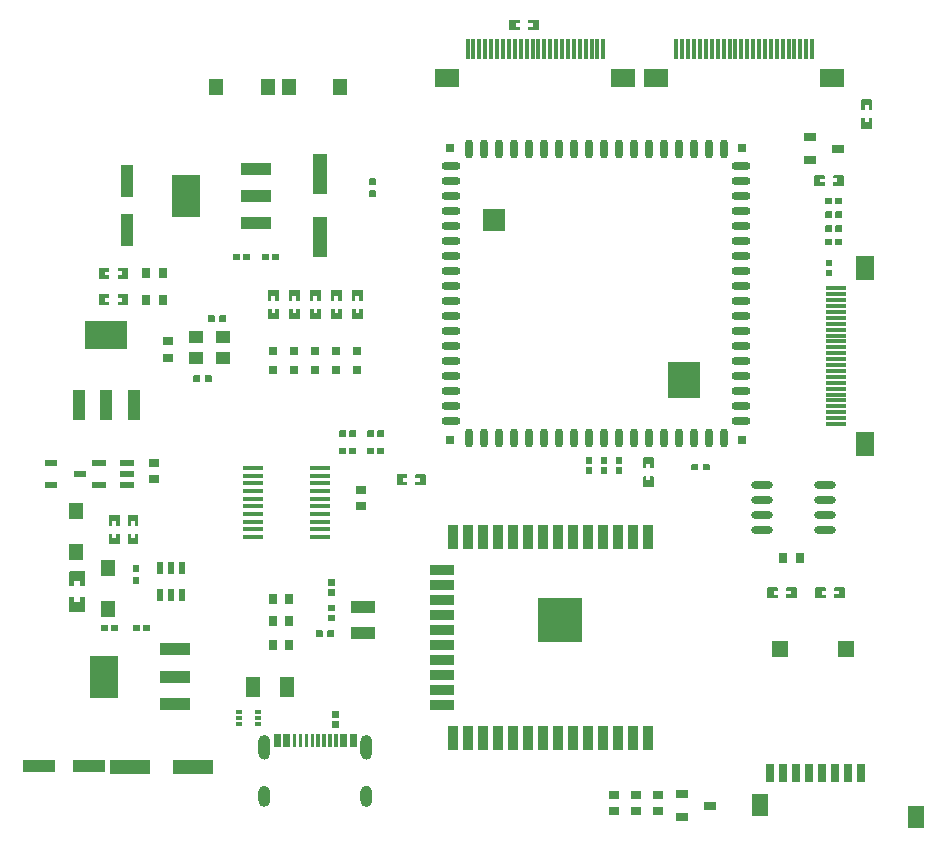
<source format=gtp>
G04 Layer: TopPasteMaskLayer*
G04 EasyEDA Pro v2.2.40.8, 2026-02-04 13:14:46*
G04 Gerber Generator version 0.3*
G04 Scale: 100 percent, Rotated: No, Reflected: No*
G04 Dimensions in millimeters*
G04 Leading zeros omitted, absolute positions, 4 integers and 5 decimals*
G04 Generated by one-click*
%FSLAX45Y45*%
%MOMM*%
%ADD10R,0.9X0.8*%
%ADD11R,0.8X0.9*%
%ADD12R,0.3X1.8*%
%ADD13R,2.0X1.5*%
%ADD14R,0.8X0.8*%
%ADD15R,1.0X0.8*%
%ADD16O,1.74201X0.36401*%
%ADD17O,1.6101X0.7318*%
%ADD18O,1.6118X0.7318*%
%ADD19O,0.7318X1.6118*%
%ADD20R,1.98X1.98*%
%ADD21R,2.67X3.02*%
%ADD22R,0.635X0.635*%
%ADD23R,1.3X1.05*%
%ADD24R,1.1X2.79999*%
%ADD25R,2.49999X1.1*%
%ADD26R,2.34X3.59999*%
%ADD27R,2.79999X1.1*%
%ADD28R,1.2X3.49999*%
%ADD29R,3.49999X1.2*%
%ADD30R,0.5X0.3*%
%ADD31R,1.1X2.49999*%
%ADD32R,3.59999X2.34*%
%ADD33R,0.532X1.07201*%
%ADD34R,1.157X0.48999*%
%ADD35R,1.175X0.48999*%
%ADD36O,1.865X0.63*%
%ADD37R,1.23X1.35999*%
%ADD38R,1.07X0.6*%
%ADD39R,2.0X1.0*%
%ADD40R,0.8X1.5*%
%ADD41R,1.4X1.4*%
%ADD42R,1.4X1.9*%
%ADD43R,1.19009X1.72799*%
%ADD44R,1.2X1.4*%
%ADD45R,1.8X0.3*%
%ADD46R,1.5X2.0*%
%ADD47R,0.9X2.0*%
%ADD48R,2.0X0.9*%
%ADD49R,3.69999X3.69999*%
G75*


G04 PolygonModel Start*
G36*
G01X17172716Y6550302D02*
G01X17172716Y6505301D01*
G01X17165719Y6500302D01*
G01X17117718Y6500302D01*
G01X17112717Y6505301D01*
G01X17112717Y6550302D01*
G01X17117718Y6555301D01*
G01X17165719Y6555301D01*
G01X17172716Y6550302D01*
G37*
G36*
G01X17268718Y6550302D02*
G01X17268718Y6505301D01*
G01X17263717Y6500302D01*
G01X17215719Y6500302D01*
G01X17208718Y6505301D01*
G01X17208718Y6550302D01*
G01X17215719Y6555301D01*
G01X17263717Y6555301D01*
G01X17268718Y6550302D01*
G37*
G36*
G01X17050796Y6042302D02*
G01X17050796Y5997301D01*
G01X17043799Y5992302D01*
G01X16995798Y5992302D01*
G01X16990797Y5997301D01*
G01X16990797Y6042302D01*
G01X16995798Y6047301D01*
G01X17043799Y6047301D01*
G01X17050796Y6042302D01*
G37*
G36*
G01X17146798Y6042302D02*
G01X17146798Y5997301D01*
G01X17141797Y5992302D01*
G01X17093799Y5992302D01*
G01X17086798Y5997301D01*
G01X17086798Y6042302D01*
G01X17093799Y6047301D01*
G01X17141797Y6047301D01*
G01X17146798Y6042302D01*
G37*
G36*
G01X21267196Y5290462D02*
G01X21267196Y5245461D01*
G01X21260199Y5240462D01*
G01X21212198Y5240462D01*
G01X21207197Y5245461D01*
G01X21207197Y5290462D01*
G01X21212198Y5295461D01*
G01X21260199Y5295461D01*
G01X21267196Y5290462D01*
G37*
G36*
G01X21363198Y5290462D02*
G01X21363198Y5245461D01*
G01X21358197Y5240462D01*
G01X21310199Y5240462D01*
G01X21303198Y5245461D01*
G01X21303198Y5290462D01*
G01X21310199Y5295461D01*
G01X21358197Y5295461D01*
G01X21363198Y5290462D01*
G37*
G36*
G01X18284660Y5428120D02*
G01X18284660Y5382120D01*
G01X18280659Y5378120D01*
G01X18230596Y5378120D01*
G01X18226596Y5382120D01*
G01X18226596Y5428120D01*
G01X18230596Y5432120D01*
G01X18280659Y5432120D01*
G01X18284660Y5428120D01*
G37*
G36*
G01X18311660Y5428120D02*
G01X18311660Y5382120D01*
G01X18315661Y5378120D01*
G01X18365724Y5378120D01*
G01X18369725Y5382120D01*
G01X18369725Y5428120D01*
G01X18365724Y5432120D01*
G01X18315661Y5432120D01*
G01X18311660Y5428120D01*
G37*
G36*
G01X18335513Y6764317D02*
G01X18335513Y6684317D01*
G01X18340515Y6679316D01*
G01X18363311Y6679316D01*
G01X18363311Y6716316D01*
G01X18396311Y6716316D01*
G01X18396311Y6679316D01*
G01X18420514Y6679316D01*
G01X18425513Y6684317D01*
G01X18425513Y6764317D01*
G01X18420514Y6769316D01*
G01X18340515Y6769316D01*
G01X18335513Y6764317D01*
G37*
G36*
G01X18425511Y6525313D02*
G01X18425511Y6605313D01*
G01X18420509Y6610314D01*
G01X18397713Y6610314D01*
G01X18397713Y6573314D01*
G01X18364713Y6573314D01*
G01X18364713Y6610314D01*
G01X18340509Y6610314D01*
G01X18335511Y6605313D01*
G01X18335511Y6525313D01*
G01X18340509Y6520315D01*
G01X18420509Y6520315D01*
G01X18425511Y6525313D01*
G37*
G36*
G01X18157713Y6764317D02*
G01X18157713Y6684317D01*
G01X18162715Y6679316D01*
G01X18185511Y6679316D01*
G01X18185511Y6716316D01*
G01X18218511Y6716316D01*
G01X18218511Y6679316D01*
G01X18242714Y6679316D01*
G01X18247713Y6684317D01*
G01X18247713Y6764317D01*
G01X18242714Y6769316D01*
G01X18162715Y6769316D01*
G01X18157713Y6764317D01*
G37*
G36*
G01X18247711Y6525313D02*
G01X18247711Y6605313D01*
G01X18242709Y6610314D01*
G01X18219913Y6610314D01*
G01X18219913Y6573314D01*
G01X18186913Y6573314D01*
G01X18186913Y6610314D01*
G01X18162709Y6610314D01*
G01X18157711Y6605313D01*
G01X18157711Y6525313D01*
G01X18162709Y6520315D01*
G01X18242709Y6520315D01*
G01X18247711Y6525313D01*
G37*
G36*
G01X17979913Y6764317D02*
G01X17979913Y6684317D01*
G01X17984915Y6679316D01*
G01X18007711Y6679316D01*
G01X18007711Y6716316D01*
G01X18040711Y6716316D01*
G01X18040711Y6679316D01*
G01X18064914Y6679316D01*
G01X18069913Y6684317D01*
G01X18069913Y6764317D01*
G01X18064914Y6769316D01*
G01X17984915Y6769316D01*
G01X17979913Y6764317D01*
G37*
G36*
G01X18069911Y6525313D02*
G01X18069911Y6605313D01*
G01X18064909Y6610314D01*
G01X18042113Y6610314D01*
G01X18042113Y6573314D01*
G01X18009113Y6573314D01*
G01X18009113Y6610314D01*
G01X17984909Y6610314D01*
G01X17979911Y6605313D01*
G01X17979911Y6525313D01*
G01X17984909Y6520315D01*
G01X18064909Y6520315D01*
G01X18069911Y6525313D01*
G37*
G36*
G01X18311660Y5529440D02*
G01X18311660Y5575440D01*
G01X18315661Y5579440D01*
G01X18365724Y5579440D01*
G01X18369725Y5575440D01*
G01X18369725Y5529440D01*
G01X18365724Y5525440D01*
G01X18315661Y5525440D01*
G01X18311660Y5529440D01*
G37*
G36*
G01X18284660Y5529440D02*
G01X18284660Y5575440D01*
G01X18280659Y5579440D01*
G01X18230596Y5579440D01*
G01X18226596Y5575440D01*
G01X18226596Y5529440D01*
G01X18230596Y5525440D01*
G01X18280659Y5525440D01*
G01X18284660Y5529440D01*
G37*
G36*
G01X18717138Y5116281D02*
G01X18797138Y5116281D01*
G01X18802139Y5121283D01*
G01X18802139Y5144079D01*
G01X18765139Y5144079D01*
G01X18765139Y5177079D01*
G01X18802139Y5177079D01*
G01X18802139Y5201282D01*
G01X18797138Y5206281D01*
G01X18717138Y5206281D01*
G01X18712139Y5201282D01*
G01X18712139Y5121283D01*
G01X18717138Y5116281D01*
G37*
G36*
G01X18956142Y5206279D02*
G01X18876142Y5206279D01*
G01X18871141Y5201277D01*
G01X18871141Y5178481D01*
G01X18908141Y5178481D01*
G01X18908141Y5145481D01*
G01X18871141Y5145481D01*
G01X18871141Y5121278D01*
G01X18876142Y5116279D01*
G01X18956142Y5116279D01*
G01X18961141Y5121278D01*
G01X18961141Y5201277D01*
G01X18956142Y5206279D01*
G37*
G36*
G01X22262978Y4161241D02*
G01X22342978Y4161241D01*
G01X22347979Y4166243D01*
G01X22347979Y4189039D01*
G01X22310979Y4189039D01*
G01X22310979Y4222039D01*
G01X22347979Y4222039D01*
G01X22347979Y4246242D01*
G01X22342978Y4251241D01*
G01X22262978Y4251241D01*
G01X22257979Y4246242D01*
G01X22257979Y4166243D01*
G01X22262978Y4161241D01*
G37*
G36*
G01X22501982Y4251239D02*
G01X22421982Y4251239D01*
G01X22416981Y4246237D01*
G01X22416981Y4223441D01*
G01X22453981Y4223441D01*
G01X22453981Y4190441D01*
G01X22416981Y4190441D01*
G01X22416981Y4166238D01*
G01X22421982Y4161239D01*
G01X22501982Y4161239D01*
G01X22506981Y4166238D01*
G01X22506981Y4246237D01*
G01X22501982Y4251239D01*
G37*
G36*
G01X22095582Y4251239D02*
G01X22015582Y4251239D01*
G01X22010581Y4246237D01*
G01X22010581Y4223441D01*
G01X22047581Y4223441D01*
G01X22047581Y4190441D01*
G01X22010581Y4190441D01*
G01X22010581Y4166238D01*
G01X22015582Y4161239D01*
G01X22095582Y4161239D01*
G01X22100581Y4166238D01*
G01X22100581Y4246237D01*
G01X22095582Y4251239D01*
G37*
G36*
G01X21856578Y4161241D02*
G01X21936578Y4161241D01*
G01X21941579Y4166243D01*
G01X21941579Y4189039D01*
G01X21904579Y4189039D01*
G01X21904579Y4222039D01*
G01X21941579Y4222039D01*
G01X21941579Y4246242D01*
G01X21936578Y4251241D01*
G01X21856578Y4251241D01*
G01X21851579Y4246242D01*
G01X21851579Y4166243D01*
G01X21856578Y4161241D01*
G37*
G36*
G01X16367039Y4620138D02*
G01X16367039Y4700138D01*
G01X16362037Y4705139D01*
G01X16339241Y4705139D01*
G01X16339241Y4668139D01*
G01X16306241Y4668139D01*
G01X16306241Y4705139D01*
G01X16282038Y4705139D01*
G01X16277039Y4700138D01*
G01X16277039Y4620138D01*
G01X16282038Y4615139D01*
G01X16362037Y4615139D01*
G01X16367039Y4620138D01*
G37*
G36*
G01X16277041Y4859142D02*
G01X16277041Y4779142D01*
G01X16282043Y4774141D01*
G01X16304839Y4774141D01*
G01X16304839Y4811141D01*
G01X16337839Y4811141D01*
G01X16337839Y4774141D01*
G01X16362042Y4774141D01*
G01X16367041Y4779142D01*
G01X16367041Y4859142D01*
G01X16362042Y4864141D01*
G01X16282043Y4864141D01*
G01X16277041Y4859142D01*
G37*
G36*
G01X20888239Y5107818D02*
G01X20888239Y5187818D01*
G01X20883237Y5192819D01*
G01X20860441Y5192819D01*
G01X20860441Y5155819D01*
G01X20827441Y5155819D01*
G01X20827441Y5192819D01*
G01X20803238Y5192819D01*
G01X20798239Y5187818D01*
G01X20798239Y5107818D01*
G01X20803238Y5102819D01*
G01X20883237Y5102819D01*
G01X20888239Y5107818D01*
G37*
G36*
G01X20798241Y5346822D02*
G01X20798241Y5266822D01*
G01X20803243Y5261821D01*
G01X20826039Y5261821D01*
G01X20826039Y5298821D01*
G01X20859039Y5298821D01*
G01X20859039Y5261821D01*
G01X20883242Y5261821D01*
G01X20888241Y5266822D01*
G01X20888241Y5346822D01*
G01X20883242Y5351821D01*
G01X20803243Y5351821D01*
G01X20798241Y5346822D01*
G37*
G36*
G01X19672178Y8966921D02*
G01X19752178Y8966921D01*
G01X19757179Y8971923D01*
G01X19757179Y8994719D01*
G01X19720179Y8994719D01*
G01X19720179Y9027719D01*
G01X19757179Y9027719D01*
G01X19757179Y9051922D01*
G01X19752178Y9056921D01*
G01X19672178Y9056921D01*
G01X19667179Y9051922D01*
G01X19667179Y8971923D01*
G01X19672178Y8966921D01*
G37*
G36*
G01X19911182Y9056919D02*
G01X19831182Y9056919D01*
G01X19826181Y9051917D01*
G01X19826181Y9029121D01*
G01X19863181Y9029121D01*
G01X19863181Y8996121D01*
G01X19826181Y8996121D01*
G01X19826181Y8971918D01*
G01X19831182Y8966919D01*
G01X19911182Y8966919D01*
G01X19916181Y8971918D01*
G01X19916181Y9051917D01*
G01X19911182Y9056919D01*
G37*
G36*
G01X20363320Y5296700D02*
G01X20317320Y5296700D01*
G01X20313320Y5300701D01*
G01X20313320Y5350764D01*
G01X20317320Y5354765D01*
G01X20363320Y5354765D01*
G01X20367320Y5350764D01*
G01X20367320Y5300701D01*
G01X20363320Y5296700D01*
G37*
G36*
G01X20363320Y5269700D02*
G01X20317320Y5269700D01*
G01X20313320Y5265699D01*
G01X20313320Y5215636D01*
G01X20317320Y5211636D01*
G01X20363320Y5211636D01*
G01X20367320Y5215636D01*
G01X20367320Y5265699D01*
G01X20363320Y5269700D01*
G37*
G36*
G01X20490320Y5296700D02*
G01X20444320Y5296700D01*
G01X20440320Y5300701D01*
G01X20440320Y5350764D01*
G01X20444320Y5354765D01*
G01X20490320Y5354765D01*
G01X20494320Y5350764D01*
G01X20494320Y5300701D01*
G01X20490320Y5296700D01*
G37*
G36*
G01X20490320Y5269700D02*
G01X20444320Y5269700D01*
G01X20440320Y5265699D01*
G01X20440320Y5215636D01*
G01X20444320Y5211636D01*
G01X20490320Y5211636D01*
G01X20494320Y5215636D01*
G01X20494320Y5265699D01*
G01X20490320Y5269700D01*
G37*
G36*
G01X20617320Y5296700D02*
G01X20571320Y5296700D01*
G01X20567320Y5300701D01*
G01X20567320Y5350764D01*
G01X20571320Y5354765D01*
G01X20617320Y5354765D01*
G01X20621320Y5350764D01*
G01X20621320Y5300701D01*
G01X20617320Y5296700D01*
G37*
G36*
G01X20617320Y5269700D02*
G01X20571320Y5269700D01*
G01X20567320Y5265699D01*
G01X20567320Y5215636D01*
G01X20571320Y5211636D01*
G01X20617320Y5211636D01*
G01X20621320Y5215636D01*
G01X20621320Y5265699D01*
G01X20617320Y5269700D01*
G37*
G36*
G01X18523420Y5428120D02*
G01X18523420Y5382120D01*
G01X18519419Y5378120D01*
G01X18469356Y5378120D01*
G01X18465356Y5382120D01*
G01X18465356Y5428120D01*
G01X18469356Y5432120D01*
G01X18519419Y5432120D01*
G01X18523420Y5428120D01*
G37*
G36*
G01X18550420Y5428120D02*
G01X18550420Y5382120D01*
G01X18554421Y5378120D01*
G01X18604484Y5378120D01*
G01X18608485Y5382120D01*
G01X18608485Y5428120D01*
G01X18604484Y5432120D01*
G01X18554421Y5432120D01*
G01X18550420Y5428120D01*
G37*
G36*
G01X18550420Y5529440D02*
G01X18550420Y5575440D01*
G01X18554421Y5579440D01*
G01X18604484Y5579440D01*
G01X18608485Y5575440D01*
G01X18608485Y5529440D01*
G01X18604484Y5525440D01*
G01X18554421Y5525440D01*
G01X18550420Y5529440D01*
G37*
G36*
G01X18523420Y5529440D02*
G01X18523420Y5575440D01*
G01X18519419Y5579440D01*
G01X18469356Y5579440D01*
G01X18465356Y5575440D01*
G01X18465356Y5529440D01*
G01X18469356Y5525440D01*
G01X18519419Y5525440D01*
G01X18523420Y5529440D01*
G37*
G36*
G01X17624313Y6764317D02*
G01X17624313Y6684317D01*
G01X17629315Y6679316D01*
G01X17652111Y6679316D01*
G01X17652111Y6716316D01*
G01X17685111Y6716316D01*
G01X17685111Y6679316D01*
G01X17709314Y6679316D01*
G01X17714313Y6684317D01*
G01X17714313Y6764317D01*
G01X17709314Y6769316D01*
G01X17629315Y6769316D01*
G01X17624313Y6764317D01*
G37*
G36*
G01X17714311Y6525313D02*
G01X17714311Y6605313D01*
G01X17709309Y6610314D01*
G01X17686513Y6610314D01*
G01X17686513Y6573314D01*
G01X17653513Y6573314D01*
G01X17653513Y6610314D01*
G01X17629309Y6610314D01*
G01X17624311Y6605313D01*
G01X17624311Y6525313D01*
G01X17629309Y6520315D01*
G01X17709309Y6520315D01*
G01X17714311Y6525313D01*
G37*
G36*
G01X17802113Y6764317D02*
G01X17802113Y6684317D01*
G01X17807115Y6679316D01*
G01X17829911Y6679316D01*
G01X17829911Y6716316D01*
G01X17862911Y6716316D01*
G01X17862911Y6679316D01*
G01X17887114Y6679316D01*
G01X17892113Y6684317D01*
G01X17892113Y6764317D01*
G01X17887114Y6769316D01*
G01X17807115Y6769316D01*
G01X17802113Y6764317D01*
G37*
G36*
G01X17892111Y6525313D02*
G01X17892111Y6605313D01*
G01X17887109Y6610314D01*
G01X17864313Y6610314D01*
G01X17864313Y6573314D01*
G01X17831313Y6573314D01*
G01X17831313Y6610314D01*
G01X17807109Y6610314D01*
G01X17802111Y6605313D01*
G01X17802111Y6525313D01*
G01X17807109Y6520315D01*
G01X17887109Y6520315D01*
G01X17892111Y6525313D01*
G37*
G36*
G01X17385500Y7068960D02*
G01X17385500Y7022960D01*
G01X17381499Y7018960D01*
G01X17331436Y7018960D01*
G01X17327436Y7022960D01*
G01X17327436Y7068960D01*
G01X17331436Y7072960D01*
G01X17381499Y7072960D01*
G01X17385500Y7068960D01*
G37*
G36*
G01X17412500Y7068960D02*
G01X17412500Y7022960D01*
G01X17416501Y7018960D01*
G01X17466564Y7018960D01*
G01X17470565Y7022960D01*
G01X17470565Y7068960D01*
G01X17466564Y7072960D01*
G01X17416501Y7072960D01*
G01X17412500Y7068960D01*
G37*
G36*
G01X17634420Y7068960D02*
G01X17634420Y7022960D01*
G01X17630419Y7018960D01*
G01X17580356Y7018960D01*
G01X17576356Y7022960D01*
G01X17576356Y7068960D01*
G01X17580356Y7072960D01*
G01X17630419Y7072960D01*
G01X17634420Y7068960D01*
G37*
G36*
G01X17661420Y7068960D02*
G01X17661420Y7022960D01*
G01X17665421Y7018960D01*
G01X17715484Y7018960D01*
G01X17719485Y7022960D01*
G01X17719485Y7068960D01*
G01X17715484Y7072960D01*
G01X17665421Y7072960D01*
G01X17661420Y7068960D01*
G37*
G36*
G01X22491822Y7741199D02*
G01X22411822Y7741199D01*
G01X22406821Y7736197D01*
G01X22406821Y7713401D01*
G01X22443821Y7713401D01*
G01X22443821Y7680401D01*
G01X22406821Y7680401D01*
G01X22406821Y7656198D01*
G01X22411822Y7651199D01*
G01X22491822Y7651199D01*
G01X22496821Y7656198D01*
G01X22496821Y7736197D01*
G01X22491822Y7741199D01*
G37*
G36*
G01X22252818Y7651201D02*
G01X22332818Y7651201D01*
G01X22337819Y7656203D01*
G01X22337819Y7678999D01*
G01X22300819Y7678999D01*
G01X22300819Y7711999D01*
G01X22337819Y7711999D01*
G01X22337819Y7736202D01*
G01X22332818Y7741201D01*
G01X22252818Y7741201D01*
G01X22247819Y7736202D01*
G01X22247819Y7656203D01*
G01X22252818Y7651201D01*
G37*
G36*
G01X16542220Y3929520D02*
G01X16542220Y3883520D01*
G01X16538219Y3879520D01*
G01X16488156Y3879520D01*
G01X16484156Y3883520D01*
G01X16484156Y3929520D01*
G01X16488156Y3933520D01*
G01X16538219Y3933520D01*
G01X16542220Y3929520D01*
G37*
G36*
G01X16569220Y3929520D02*
G01X16569220Y3883520D01*
G01X16573221Y3879520D01*
G01X16623284Y3879520D01*
G01X16627285Y3883520D01*
G01X16627285Y3929520D01*
G01X16623284Y3933520D01*
G01X16573221Y3933520D01*
G01X16569220Y3929520D01*
G37*
G36*
G01X16267900Y3929520D02*
G01X16267900Y3883520D01*
G01X16263899Y3879520D01*
G01X16213836Y3879520D01*
G01X16209836Y3883520D01*
G01X16209836Y3929520D01*
G01X16213836Y3933520D01*
G01X16263899Y3933520D01*
G01X16267900Y3929520D01*
G37*
G36*
G01X16294900Y3929520D02*
G01X16294900Y3883520D01*
G01X16298901Y3879520D01*
G01X16348964Y3879520D01*
G01X16352965Y3883520D01*
G01X16352965Y3929520D01*
G01X16348964Y3933520D01*
G01X16298901Y3933520D01*
G01X16294900Y3929520D01*
G37*
G36*
G01X17673836Y3011548D02*
G01X17733836Y3011548D01*
G01X17733836Y2896547D01*
G01X17673836Y2896547D01*
G01X17673836Y3011548D01*
G37*
G36*
G01X17753835Y3011548D02*
G01X17813835Y3011548D01*
G01X17813835Y2896547D01*
G01X17753835Y2896547D01*
G01X17753835Y3011548D01*
G37*
G36*
G01X18313834Y3011548D02*
G01X18373834Y3011548D01*
G01X18373834Y2896547D01*
G01X18313834Y2896547D01*
G01X18313834Y3011548D01*
G37*
G36*
G01X18233835Y3011548D02*
G01X18293834Y3011548D01*
G01X18293834Y2896547D01*
G01X18233835Y2896547D01*
G01X18233835Y3011548D01*
G37*
G36*
G01X18183832Y3011548D02*
G01X18213835Y3011548D01*
G01X18213835Y2896547D01*
G01X18183832Y2896547D01*
G01X18183832Y3011548D01*
G37*
G36*
G01X18133832Y3011548D02*
G01X18163835Y3011548D01*
G01X18163835Y2896547D01*
G01X18133832Y2896547D01*
G01X18133832Y3011548D01*
G37*
G36*
G01X18083832Y3011548D02*
G01X18113835Y3011548D01*
G01X18113835Y2896547D01*
G01X18083832Y2896547D01*
G01X18083832Y3011548D01*
G37*
G36*
G01X18033832Y3011548D02*
G01X18063835Y3011548D01*
G01X18063835Y2896547D01*
G01X18033832Y2896547D01*
G01X18033832Y3011548D01*
G37*
G36*
G01X17983832Y3011548D02*
G01X18013835Y3011548D01*
G01X18013835Y2896547D01*
G01X17983832Y2896547D01*
G01X17983832Y3011548D01*
G37*
G36*
G01X17933833Y3011548D02*
G01X17963835Y3011548D01*
G01X17963835Y2896547D01*
G01X17933833Y2896547D01*
G01X17933833Y3011548D01*
G37*
G36*
G01X17883833Y3011548D02*
G01X17913835Y3011548D01*
G01X17913835Y2896547D01*
G01X17883833Y2896547D01*
G01X17883833Y3011548D01*
G37*
G36*
G01X17833833Y3011548D02*
G01X17863835Y3011548D01*
G01X17863835Y2896547D01*
G01X17833833Y2896547D01*
G01X17833833Y3011548D01*
G37*
G36*
G01X18405843Y2521557D02*
G02X18505843Y2521557I50000J0D01*
G01X18505843Y2441557D01*
G02X18405843Y2441557I-50000J0D01*
G01X18405843Y2441557D01*
G01X18405843Y2521557D01*
G37*
G36*
G01X17541837Y2521557D02*
G02X17641837Y2521557I50000J0D01*
G01X17641837Y2521557D01*
G01X17641837Y2441557D01*
G01X17641837Y2441557D01*
G02X17541837Y2441557I-50000J0D01*
G01X17541837Y2521557D01*
G37*
G36*
G01X18405843Y2951544D02*
G02X18505843Y2951544I50000J0D01*
G01X18505843Y2841541D01*
G02X18405843Y2841541I-50000J0D01*
G01X18405843Y2841541D01*
G01X18405843Y2951544D01*
G37*
G36*
G01X17541837Y2951544D02*
G02X17641837Y2951544I50000J0D01*
G01X17641837Y2951544D01*
G01X17641837Y2841541D01*
G01X17641837Y2841541D01*
G02X17541837Y2841541I-50000J0D01*
G01X17541837Y2951544D01*
G37*
G36*
G01X18173560Y3120860D02*
G01X18219560Y3120860D01*
G01X18223560Y3116859D01*
G01X18223560Y3066796D01*
G01X18219560Y3062796D01*
G01X18173560Y3062796D01*
G01X18169560Y3066796D01*
G01X18169560Y3116859D01*
G01X18173560Y3120860D01*
G37*
G36*
G01X18173560Y3147860D02*
G01X18219560Y3147860D01*
G01X18223560Y3151861D01*
G01X18223560Y3201924D01*
G01X18219560Y3205925D01*
G01X18173560Y3205925D01*
G01X18169560Y3201924D01*
G01X18169560Y3151861D01*
G01X18173560Y3147860D01*
G37*
G36*
G01X22426460Y7383640D02*
G01X22426460Y7429640D01*
G01X22430461Y7433640D01*
G01X22480524Y7433640D01*
G01X22484525Y7429640D01*
G01X22484525Y7383640D01*
G01X22480524Y7379640D01*
G01X22430461Y7379640D01*
G01X22426460Y7383640D01*
G37*
G36*
G01X22399460Y7383640D02*
G01X22399460Y7429640D01*
G01X22395459Y7433640D01*
G01X22345396Y7433640D01*
G01X22341396Y7429640D01*
G01X22341396Y7383640D01*
G01X22345396Y7379640D01*
G01X22395459Y7379640D01*
G01X22399460Y7383640D01*
G37*
G36*
G01X22426460Y7266800D02*
G01X22426460Y7312800D01*
G01X22430461Y7316800D01*
G01X22480524Y7316800D01*
G01X22484525Y7312800D01*
G01X22484525Y7266800D01*
G01X22480524Y7262800D01*
G01X22430461Y7262800D01*
G01X22426460Y7266800D01*
G37*
G36*
G01X22399460Y7266800D02*
G01X22399460Y7312800D01*
G01X22395459Y7316800D01*
G01X22345396Y7316800D01*
G01X22341396Y7312800D01*
G01X22341396Y7266800D01*
G01X22345396Y7262800D01*
G01X22395459Y7262800D01*
G01X22399460Y7266800D01*
G37*
G36*
G01X22426460Y7149960D02*
G01X22426460Y7195960D01*
G01X22430461Y7199960D01*
G01X22480524Y7199960D01*
G01X22484525Y7195960D01*
G01X22484525Y7149960D01*
G01X22480524Y7145960D01*
G01X22430461Y7145960D01*
G01X22426460Y7149960D01*
G37*
G36*
G01X22399460Y7149960D02*
G01X22399460Y7195960D01*
G01X22395459Y7199960D01*
G01X22345396Y7199960D01*
G01X22341396Y7195960D01*
G01X22341396Y7149960D01*
G01X22345396Y7145960D01*
G01X22395459Y7145960D01*
G01X22399460Y7149960D01*
G37*
G36*
G01X22426460Y7500480D02*
G01X22426460Y7546480D01*
G01X22430461Y7550480D01*
G01X22480524Y7550480D01*
G01X22484525Y7546480D01*
G01X22484525Y7500480D01*
G01X22480524Y7496480D01*
G01X22430461Y7496480D01*
G01X22426460Y7500480D01*
G37*
G36*
G01X22399460Y7500480D02*
G01X22399460Y7546480D01*
G01X22395459Y7550480D01*
G01X22345396Y7550480D01*
G01X22341396Y7546480D01*
G01X22341396Y7500480D01*
G01X22345396Y7496480D01*
G01X22395459Y7496480D01*
G01X22399460Y7500480D01*
G37*
G36*
G01X22349320Y6941020D02*
G01X22395320Y6941020D01*
G01X22399320Y6937019D01*
G01X22399320Y6886956D01*
G01X22395320Y6882956D01*
G01X22349320Y6882956D01*
G01X22345320Y6886956D01*
G01X22345320Y6937019D01*
G01X22349320Y6941020D01*
G37*
G36*
G01X22349320Y6968020D02*
G01X22395320Y6968020D01*
G01X22399320Y6972021D01*
G01X22399320Y7022084D01*
G01X22395320Y7026085D01*
G01X22349320Y7026085D01*
G01X22345320Y7022084D01*
G01X22345320Y6972021D01*
G01X22349320Y6968020D01*
G37*
G36*
G01X16434613Y6731185D02*
G01X16354613Y6731185D01*
G01X16349612Y6726184D01*
G01X16349612Y6703387D01*
G01X16386612Y6703387D01*
G01X16386612Y6670388D01*
G01X16349612Y6670388D01*
G01X16349612Y6646184D01*
G01X16354613Y6641185D01*
G01X16434613Y6641185D01*
G01X16439612Y6646184D01*
G01X16439612Y6726184D01*
G01X16434613Y6731185D01*
G37*
G36*
G01X16195609Y6641188D02*
G01X16275609Y6641188D01*
G01X16280610Y6646189D01*
G01X16280610Y6668986D01*
G01X16243610Y6668986D01*
G01X16243610Y6701985D01*
G01X16280610Y6701985D01*
G01X16280610Y6726189D01*
G01X16275609Y6731188D01*
G01X16195609Y6731188D01*
G01X16190610Y6726189D01*
G01X16190610Y6646189D01*
G01X16195609Y6641188D01*
G37*
G36*
G01X16195609Y6863801D02*
G01X16275609Y6863801D01*
G01X16280610Y6868803D01*
G01X16280610Y6891599D01*
G01X16243610Y6891599D01*
G01X16243610Y6924599D01*
G01X16280610Y6924599D01*
G01X16280610Y6948802D01*
G01X16275609Y6953801D01*
G01X16195609Y6953801D01*
G01X16190610Y6948802D01*
G01X16190610Y6868803D01*
G01X16195609Y6863801D01*
G37*
G36*
G01X16434613Y6953799D02*
G01X16354613Y6953799D01*
G01X16349612Y6948797D01*
G01X16349612Y6926001D01*
G01X16386612Y6926001D01*
G01X16386612Y6893001D01*
G01X16349612Y6893001D01*
G01X16349612Y6868798D01*
G01X16354613Y6863799D01*
G01X16434613Y6863799D01*
G01X16439612Y6868798D01*
G01X16439612Y6948797D01*
G01X16434613Y6953799D01*
G37*
G36*
G01X22647361Y8379582D02*
G01X22647361Y8299582D01*
G01X22652363Y8294581D01*
G01X22675159Y8294581D01*
G01X22675159Y8331581D01*
G01X22708159Y8331581D01*
G01X22708159Y8294581D01*
G01X22732362Y8294581D01*
G01X22737361Y8299582D01*
G01X22737361Y8379582D01*
G01X22732362Y8384581D01*
G01X22652363Y8384581D01*
G01X22647361Y8379582D01*
G37*
G36*
G01X22737359Y8140578D02*
G01X22737359Y8220578D01*
G01X22732357Y8225579D01*
G01X22709561Y8225579D01*
G01X22709561Y8188579D01*
G01X22676561Y8188579D01*
G01X22676561Y8225579D01*
G01X22652358Y8225579D01*
G01X22647359Y8220578D01*
G01X22647359Y8140578D01*
G01X22652358Y8135579D01*
G01X22732357Y8135579D01*
G01X22737359Y8140578D01*
G37*
G36*
G01X18184000Y4265460D02*
G01X18138000Y4265460D01*
G01X18134000Y4269461D01*
G01X18134000Y4319524D01*
G01X18138000Y4323525D01*
G01X18184000Y4323525D01*
G01X18188000Y4319524D01*
G01X18188000Y4269461D01*
G01X18184000Y4265460D01*
G37*
G36*
G01X18184000Y4238460D02*
G01X18138000Y4238460D01*
G01X18134000Y4234459D01*
G01X18134000Y4184396D01*
G01X18138000Y4180396D01*
G01X18184000Y4180396D01*
G01X18188000Y4184396D01*
G01X18188000Y4234459D01*
G01X18184000Y4238460D01*
G37*
G36*
G01X18138000Y4020020D02*
G01X18184000Y4020020D01*
G01X18188000Y4016019D01*
G01X18188000Y3965956D01*
G01X18184000Y3961956D01*
G01X18138000Y3961956D01*
G01X18134000Y3965956D01*
G01X18134000Y4016019D01*
G01X18138000Y4020020D01*
G37*
G36*
G01X18138000Y4047020D02*
G01X18184000Y4047020D01*
G01X18188000Y4051021D01*
G01X18188000Y4101084D01*
G01X18184000Y4105085D01*
G01X18138000Y4105085D01*
G01X18134000Y4101084D01*
G01X18134000Y4051021D01*
G01X18138000Y4047020D01*
G37*
G36*
G01X16434521Y4859142D02*
G01X16434521Y4779142D01*
G01X16439523Y4774141D01*
G01X16462319Y4774141D01*
G01X16462319Y4811141D01*
G01X16495319Y4811141D01*
G01X16495319Y4774141D01*
G01X16519522Y4774141D01*
G01X16524521Y4779142D01*
G01X16524521Y4859142D01*
G01X16519522Y4864141D01*
G01X16439523Y4864141D01*
G01X16434521Y4859142D01*
G37*
G36*
G01X16524519Y4620138D02*
G01X16524519Y4700138D01*
G01X16519517Y4705139D01*
G01X16496721Y4705139D01*
G01X16496721Y4668139D01*
G01X16463721Y4668139D01*
G01X16463721Y4705139D01*
G01X16439518Y4705139D01*
G01X16434519Y4700138D01*
G01X16434519Y4620138D01*
G01X16439518Y4615139D01*
G01X16519517Y4615139D01*
G01X16524519Y4620138D01*
G37*
G36*
G01X18087116Y3883302D02*
G01X18087116Y3838301D01*
G01X18080119Y3833302D01*
G01X18032118Y3833302D01*
G01X18027117Y3838301D01*
G01X18027117Y3883302D01*
G01X18032118Y3888301D01*
G01X18080119Y3888301D01*
G01X18087116Y3883302D01*
G37*
G36*
G01X18183118Y3883302D02*
G01X18183118Y3838301D01*
G01X18178117Y3833302D01*
G01X18130119Y3833302D01*
G01X18123118Y3838301D01*
G01X18123118Y3883302D01*
G01X18130119Y3888301D01*
G01X18178117Y3888301D01*
G01X18183118Y3883302D01*
G37*
G36*
G01X15943080Y4386898D02*
G01X16071078Y4386898D01*
G01X16076079Y4381896D01*
G01X16076079Y4266895D01*
G01X16071078Y4261896D01*
G01X16030075Y4261394D01*
G01X16030075Y4306395D01*
G01X15985076Y4306395D01*
G01X15985076Y4262394D01*
G01X15943080Y4261896D01*
G01X15938078Y4266895D01*
G01X15938078Y4381896D01*
G01X15943080Y4386898D01*
G37*
G36*
G01X16071080Y4045903D02*
G01X15943082Y4045903D01*
G01X15938081Y4050904D01*
G01X15938081Y4165905D01*
G01X15943082Y4170904D01*
G01X15984085Y4171406D01*
G01X15984085Y4126405D01*
G01X16029084Y4126405D01*
G01X16029084Y4170406D01*
G01X16071080Y4170904D01*
G01X16076082Y4165905D01*
G01X16076082Y4050904D01*
G01X16071080Y4045903D01*
G37*
G36*
G01X16527422Y4376644D02*
G01X16482421Y4376644D01*
G01X16477422Y4383641D01*
G01X16477422Y4431642D01*
G01X16482421Y4436643D01*
G01X16527422Y4436643D01*
G01X16532421Y4431642D01*
G01X16532421Y4383641D01*
G01X16527422Y4376644D01*
G37*
G36*
G01X16527422Y4280642D02*
G01X16482421Y4280642D01*
G01X16477422Y4285643D01*
G01X16477422Y4333641D01*
G01X16482421Y4340642D01*
G01X16527422Y4340642D01*
G01X16532421Y4333641D01*
G01X16532421Y4285643D01*
G01X16527422Y4280642D01*
G37*
G36*
G01X18483938Y7617236D02*
G01X18528939Y7617236D01*
G01X18533938Y7610239D01*
G01X18533938Y7562238D01*
G01X18528939Y7557237D01*
G01X18483938Y7557237D01*
G01X18478939Y7562238D01*
G01X18478939Y7610239D01*
G01X18483938Y7617236D01*
G37*
G36*
G01X18483938Y7713238D02*
G01X18528939Y7713238D01*
G01X18533938Y7708237D01*
G01X18533938Y7660239D01*
G01X18528939Y7653238D01*
G01X18483938Y7653238D01*
G01X18478939Y7660239D01*
G01X18478939Y7708237D01*
G01X18483938Y7713238D01*
G37*

G04 Pad Start*
G54D10*
G01X18415000Y5078882D03*
G01X18415000Y4938878D03*
G54D11*
G01X17804282Y4155440D03*
G01X17664278Y4155440D03*
G54D12*
G01X19313208Y8809292D03*
G01X19363220Y8809292D03*
G01X19413207Y8809292D03*
G01X19463220Y8809292D03*
G01X19513207Y8809292D03*
G01X19563220Y8809292D03*
G01X19613207Y8809292D03*
G01X19663220Y8809292D03*
G01X19713207Y8809292D03*
G01X19763219Y8809292D03*
G01X19813207Y8809292D03*
G01X19863219Y8809292D03*
G54D13*
G01X20633195Y8564309D03*
G01X19143205Y8564309D03*
G54D12*
G01X19913206Y8809292D03*
G01X19963194Y8809292D03*
G01X20013206Y8809292D03*
G01X20063193Y8809292D03*
G01X20113206Y8809292D03*
G01X20163193Y8809292D03*
G01X20213206Y8809292D03*
G01X20263193Y8809292D03*
G01X20313206Y8809292D03*
G01X20363193Y8809292D03*
G01X20413205Y8809292D03*
G01X20463193Y8809292D03*
G54D14*
G01X18380850Y6094948D03*
G01X18380164Y6254867D03*
G01X18203050Y6094948D03*
G01X18202364Y6254867D03*
G01X18025250Y6094948D03*
G01X18024564Y6254867D03*
G01X17669650Y6094948D03*
G01X17668964Y6254867D03*
G01X17847450Y6094948D03*
G01X17846764Y6254867D03*
G54D15*
G01X22216679Y7870439D03*
G01X22446681Y7965435D03*
G01X22216679Y8060441D03*
G54D16*
G01X18067096Y4675734D03*
G01X18067096Y4740732D03*
G01X18067096Y4805731D03*
G01X18067096Y4870729D03*
G01X18067096Y4935753D03*
G01X18067096Y5000752D03*
G01X18067096Y5065751D03*
G01X18067096Y5130749D03*
G01X18067096Y5195748D03*
G01X18067096Y5260746D03*
G01X17492904Y4675734D03*
G01X17492904Y4740732D03*
G01X17492904Y4805731D03*
G01X17492904Y4870729D03*
G01X17492904Y4935753D03*
G01X17492904Y5000752D03*
G01X17492904Y5065751D03*
G01X17492904Y5130749D03*
G01X17492904Y5195748D03*
G01X17492904Y5260746D03*
G54D18*
G01X19176280Y7815580D03*
G01X19176280Y7688580D03*
G01X19176280Y7561580D03*
G01X19176280Y7434580D03*
G01X19176280Y7307580D03*
G01X19176280Y7180580D03*
G01X19176280Y7053580D03*
G01X19176280Y6926580D03*
G01X19176280Y6799580D03*
G01X19176280Y6672580D03*
G01X19176280Y6545580D03*
G01X19176280Y6418580D03*
G01X19176280Y6291580D03*
G01X19176280Y6164580D03*
G01X19176280Y6037580D03*
G01X19176280Y5910580D03*
G01X19176280Y5783580D03*
G01X19176280Y5656580D03*
G54D19*
G01X19321780Y5511080D03*
G01X19448780Y5511080D03*
G01X19575780Y5511080D03*
G01X19702780Y5511080D03*
G01X19829780Y5511080D03*
G01X19956780Y5511080D03*
G01X20083780Y5511080D03*
G01X20210780Y5511080D03*
G01X20337780Y5511080D03*
G01X20464780Y5511080D03*
G01X20591780Y5511080D03*
G01X20718780Y5511080D03*
G01X20845780Y5511080D03*
G01X20972780Y5511080D03*
G01X21099780Y5511080D03*
G01X21226780Y5511080D03*
G01X21353780Y5511080D03*
G01X21480780Y5511080D03*
G54D18*
G01X21626280Y5656580D03*
G01X21626280Y5783580D03*
G01X21626280Y5910580D03*
G01X21626280Y6037580D03*
G01X21626280Y6164580D03*
G01X21626280Y6291580D03*
G01X21626280Y6418580D03*
G01X21626280Y6545580D03*
G01X21626280Y6672580D03*
G01X21626280Y6799580D03*
G01X21626280Y6926580D03*
G01X21626280Y7053580D03*
G01X21626280Y7180580D03*
G01X21626280Y7307580D03*
G01X21626280Y7434580D03*
G01X21626280Y7561580D03*
G01X21626280Y7688580D03*
G01X21626280Y7815580D03*
G54D19*
G01X21480780Y7961080D03*
G01X21353780Y7961080D03*
G01X21226780Y7961080D03*
G01X21099780Y7961080D03*
G01X20972780Y7961080D03*
G01X20845780Y7961080D03*
G01X20718780Y7961080D03*
G01X20591780Y7961080D03*
G01X20464780Y7961080D03*
G01X20337780Y7961080D03*
G01X20210780Y7961080D03*
G01X20083780Y7961080D03*
G01X19956780Y7961080D03*
G01X19829780Y7961080D03*
G01X19702780Y7961080D03*
G01X19575780Y7961080D03*
G01X19448780Y7961080D03*
G01X19321780Y7961080D03*
G54D20*
G01X19537280Y7361080D03*
G54D21*
G01X21148280Y6002080D03*
G54D22*
G01X21639530Y7974330D03*
G01X21639530Y5497830D03*
G01X19163030Y7974330D03*
G01X19163030Y5497830D03*
G54D23*
G01X17014760Y6196460D03*
G01X17244760Y6196460D03*
G01X17244760Y6371460D03*
G01X17014760Y6371460D03*
G54D24*
G01X16428720Y7692847D03*
G01X16428720Y7272833D03*
G54D25*
G01X17523275Y7334123D03*
G01X17523275Y7564120D03*
G01X17523275Y7794117D03*
G54D26*
G01X16929283Y7564120D03*
G54D27*
G01X15685313Y2738120D03*
G01X16105327Y2738120D03*
G54D25*
G01X16832395Y3265043D03*
G01X16832395Y3495040D03*
G01X16832395Y3725037D03*
G54D26*
G01X16238403Y3495040D03*
G54D28*
G01X18064467Y7215853D03*
G01X18064467Y7749837D03*
G54D29*
G01X16990347Y2733027D03*
G01X16456363Y2733027D03*
G54D30*
G01X17534877Y3144520D03*
G01X17374883Y3144520D03*
G01X17374883Y3094520D03*
G01X17374883Y3194520D03*
G01X17534877Y3094520D03*
G01X17534877Y3194520D03*
G54D31*
G01X16026003Y5793925D03*
G01X16256000Y5793925D03*
G01X16485997Y5793925D03*
G54D32*
G01X16256000Y6387917D03*
G54D15*
G01X21364550Y2402840D03*
G01X21124570Y2307844D03*
G01X21124570Y2497836D03*
G54D33*
G01X16709644Y4182770D03*
G01X16804640Y4182770D03*
G01X16899636Y4182770D03*
G01X16899636Y4412590D03*
G01X16804640Y4412590D03*
G01X16709644Y4412590D03*
G54D34*
G01X16427247Y5117084D03*
G01X16427247Y5212080D03*
G01X16427247Y5307076D03*
G54D35*
G01X16196513Y5307076D03*
G01X16196513Y5117084D03*
G54D36*
G01X21802931Y5113244D03*
G01X21802931Y4986244D03*
G01X21802931Y4859244D03*
G01X21802931Y4732244D03*
G01X22339430Y5113244D03*
G01X22339430Y4986244D03*
G01X22339430Y4859244D03*
G01X22339430Y4732244D03*
G54D37*
G01X17185589Y8483600D03*
G01X17622571Y8483600D03*
G01X17800269Y8483600D03*
G01X18237251Y8483600D03*
G54D38*
G01X15788698Y5307263D03*
G01X15788698Y5117271D03*
G01X16035713Y5212267D03*
G54D39*
G01X18425160Y3862553D03*
G01X18425160Y4082567D03*
G54D40*
G01X22641016Y2675021D03*
G01X22531017Y2675021D03*
G01X22421017Y2675021D03*
G01X22311017Y2675021D03*
G01X22201017Y2675021D03*
G01X22091018Y2675021D03*
G01X21981018Y2675021D03*
G01X21871018Y2675024D03*
G54D41*
G01X21956022Y3725019D03*
G01X22516021Y3725019D03*
G54D42*
G01X23106017Y2310018D03*
G01X21791021Y2410021D03*
G54D43*
G01X17493259Y3408680D03*
G01X17782261Y3408680D03*
G54D44*
G01X16271240Y4068293D03*
G01X16271240Y4415307D03*
G01X16002000Y4897907D03*
G01X16002000Y4550893D03*
G54D45*
G01X22432709Y5632768D03*
G01X22432709Y5682780D03*
G01X22432709Y5732767D03*
G01X22432709Y5782780D03*
G01X22432709Y5832767D03*
G01X22432709Y5882780D03*
G01X22432709Y5932767D03*
G01X22432709Y5982780D03*
G01X22432709Y6032767D03*
G01X22432709Y6082779D03*
G01X22432709Y6132767D03*
G01X22432709Y6182779D03*
G54D46*
G01X22677692Y6952755D03*
G01X22677692Y5462765D03*
G54D45*
G01X22432709Y6232766D03*
G01X22432709Y6282754D03*
G01X22432709Y6332766D03*
G01X22432709Y6382753D03*
G01X22432709Y6432766D03*
G01X22432709Y6482753D03*
G01X22432709Y6532766D03*
G01X22432709Y6582753D03*
G01X22432709Y6632766D03*
G01X22432709Y6682753D03*
G01X22432709Y6732765D03*
G01X22432709Y6782753D03*
G54D12*
G01X21081048Y8809292D03*
G01X21131060Y8809292D03*
G01X21181047Y8809292D03*
G01X21231060Y8809292D03*
G01X21281047Y8809292D03*
G01X21331060Y8809292D03*
G01X21381047Y8809292D03*
G01X21431060Y8809292D03*
G01X21481047Y8809292D03*
G01X21531059Y8809292D03*
G01X21581047Y8809292D03*
G01X21631059Y8809292D03*
G54D13*
G01X22401035Y8564309D03*
G01X20911045Y8564309D03*
G54D12*
G01X21681046Y8809292D03*
G01X21731034Y8809292D03*
G01X21781046Y8809292D03*
G01X21831033Y8809292D03*
G01X21881046Y8809292D03*
G01X21931033Y8809292D03*
G01X21981046Y8809292D03*
G01X22031033Y8809292D03*
G01X22081046Y8809292D03*
G01X22131033Y8809292D03*
G01X22181045Y8809292D03*
G01X22231033Y8809292D03*
G54D10*
G01X16657320Y5307482D03*
G01X16657320Y5167478D03*
G54D11*
G01X17804282Y3962400D03*
G01X17664278Y3962400D03*
G01X16592408Y6908800D03*
G01X16732413Y6908800D03*
G01X16732402Y6680200D03*
G01X16592398Y6680200D03*
G54D10*
G01X16779240Y6333642D03*
G01X16779240Y6193638D03*
G01X20929600Y2493162D03*
G01X20929600Y2353158D03*
G01X20741640Y2493162D03*
G01X20741640Y2353158D03*
G01X20553680Y2493162D03*
G01X20553680Y2353158D03*
G54D11*
G01X17804282Y3764280D03*
G01X17664278Y3764280D03*
G01X22125943Y4501104D03*
G01X21985938Y4501104D03*
G54D47*
G01X20844980Y2975229D03*
G01X20717980Y2975229D03*
G01X20590980Y2975229D03*
G01X20463980Y2975229D03*
G01X20336980Y2975229D03*
G01X20209980Y2975229D03*
G01X20082980Y2975229D03*
G01X19955980Y2975229D03*
G01X19828980Y2975229D03*
G01X19701980Y2975229D03*
G01X19574980Y2975229D03*
G01X19447980Y2975229D03*
G01X19320980Y2975229D03*
G01X19193980Y2975229D03*
G54D48*
G01X19093980Y3253740D03*
G01X19093980Y3380740D03*
G01X19093980Y3507740D03*
G01X19093980Y3634740D03*
G01X19093980Y3761740D03*
G01X19093980Y3888740D03*
G01X19093980Y4015740D03*
G01X19093980Y4142740D03*
G01X19093980Y4269740D03*
G01X19093980Y4396740D03*
G54D47*
G01X19193980Y4675251D03*
G01X19320980Y4675251D03*
G01X19447980Y4675251D03*
G01X19574980Y4675251D03*
G01X19701980Y4675251D03*
G01X19828980Y4675251D03*
G01X19955980Y4675251D03*
G01X20082980Y4675251D03*
G01X20209980Y4675251D03*
G01X20336980Y4675251D03*
G01X20463980Y4675251D03*
G01X20590980Y4675251D03*
G01X20717980Y4675251D03*
G01X20844980Y4675251D03*
G54D49*
G01X20094994Y3975227D03*
G04 Pad End*

M02*


</source>
